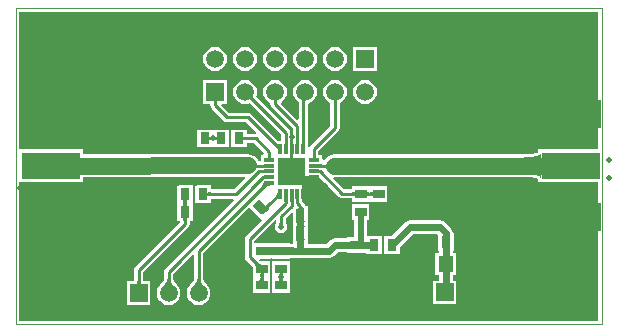
<source format=gtl>
G04 Layer_Physical_Order=1*
G04 Layer_Color=255*
%FSLAX25Y25*%
%MOIN*%
G70*
G01*
G75*
%ADD10R,0.01181X0.03740*%
%ADD11R,0.03740X0.01181*%
%ADD12R,0.03150X0.03937*%
%ADD13R,0.05118X0.05315*%
%ADD14R,0.03937X0.03150*%
G04:AMPARAMS|DCode=15|XSize=31.5mil|YSize=39.37mil|CornerRadius=0mil|HoleSize=0mil|Usage=FLASHONLY|Rotation=45.000|XOffset=0mil|YOffset=0mil|HoleType=Round|Shape=Rectangle|*
%AMROTATEDRECTD15*
4,1,4,0.00278,-0.02506,-0.02506,0.00278,-0.00278,0.02506,0.02506,-0.00278,0.00278,-0.02506,0.0*
%
%ADD15ROTATEDRECTD15*%

%ADD16R,0.20000X0.09508*%
%ADD17R,0.19685X0.09016*%
%ADD18C,0.01000*%
%ADD19C,0.05512*%
%ADD20C,0.02362*%
%ADD21C,0.01969*%
%ADD22C,0.00394*%
%ADD23C,0.05906*%
%ADD24R,0.05906X0.05906*%
%ADD25R,0.08661X0.08661*%
%ADD26C,0.01969*%
%ADD27C,0.02362*%
G36*
X89002Y33832D02*
X89017Y33641D01*
X89030Y33557D01*
X89047Y33479D01*
X89068Y33410D01*
X89093Y33347D01*
X89121Y33292D01*
X89153Y33244D01*
X89189Y33203D01*
X87811D01*
X87847Y33244D01*
X87879Y33292D01*
X87907Y33347D01*
X87932Y33410D01*
X87953Y33479D01*
X87970Y33557D01*
X87983Y33641D01*
X87992Y33733D01*
X88000Y33938D01*
X89000D01*
X89002Y33832D01*
D02*
G37*
G36*
X84788Y39581D02*
X84714Y39504D01*
X84597Y39360D01*
X84554Y39293D01*
X84522Y39229D01*
X84499Y39169D01*
X84487Y39113D01*
X84485Y39060D01*
X84493Y39010D01*
X84512Y38964D01*
X83223Y39390D01*
X84003Y40210D01*
X84788Y39581D01*
D02*
G37*
G36*
X92394Y37078D02*
Y34582D01*
X92386Y34543D01*
X92394Y34505D01*
Y34502D01*
X92389Y34464D01*
X92394Y34448D01*
Y33968D01*
X92394Y33531D01*
X92394D01*
Y33468D01*
X92394D01*
Y32552D01*
X92389Y32536D01*
X92394Y32498D01*
Y32495D01*
X92386Y32456D01*
X92394Y32418D01*
Y28582D01*
X92386Y28543D01*
X92394Y28505D01*
Y28502D01*
X92389Y28464D01*
X92394Y28448D01*
Y27531D01*
X92394D01*
X92488Y27172D01*
X92155Y26755D01*
X91890D01*
X91469Y26785D01*
Y27106D01*
X90552D01*
X90536Y27111D01*
X90498Y27106D01*
X90495D01*
X90456Y27114D01*
X90418Y27106D01*
X86582D01*
X86544Y27114D01*
X86505Y27106D01*
X86502D01*
X86464Y27111D01*
X86448Y27106D01*
X85532D01*
Y27106D01*
X85031Y27067D01*
X84969Y27106D01*
Y27106D01*
X84052D01*
X84036Y27111D01*
X83998Y27106D01*
X83995D01*
X83956Y27114D01*
X83918Y27106D01*
X79529D01*
Y27867D01*
X86509Y34846D01*
X86971Y34654D01*
Y33783D01*
X86631Y33274D01*
X86477Y32500D01*
X86631Y31726D01*
X87069Y31069D01*
X87726Y30631D01*
X88500Y30477D01*
X89274Y30631D01*
X89931Y31069D01*
X90369Y31726D01*
X90523Y32500D01*
X90369Y33274D01*
X90029Y33783D01*
Y35366D01*
X91932Y37269D01*
X92394Y37078D01*
D02*
G37*
G36*
X96152Y34543D02*
X96531D01*
X96459Y34520D01*
X96394Y34449D01*
X96337Y34331D01*
X96287Y34166D01*
X96245Y33953D01*
X96211Y33693D01*
X96206Y33618D01*
X96245Y33047D01*
X96287Y32834D01*
X96337Y32669D01*
X96394Y32551D01*
X96459Y32480D01*
X96531Y32456D01*
X96154D01*
X96150Y32181D01*
X93787D01*
X93785Y32456D01*
X93406D01*
X93478Y32480D01*
X93543Y32551D01*
X93600Y32669D01*
X93650Y32834D01*
X93692Y33047D01*
X93726Y33307D01*
X93731Y33382D01*
X93692Y33953D01*
X93650Y34166D01*
X93600Y34331D01*
X93543Y34449D01*
X93478Y34520D01*
X93406Y34543D01*
X93783D01*
X93787Y34819D01*
X96150D01*
X96152Y34543D01*
D02*
G37*
G36*
X94532Y41750D02*
X94519Y41720D01*
X94507Y41670D01*
X94497Y41600D01*
X94481Y41400D01*
X94468Y40760D01*
X93468D01*
X93468Y40950D01*
X93418Y41720D01*
X93405Y41750D01*
X93390Y41760D01*
X94547D01*
X94532Y41750D01*
D02*
G37*
G36*
X87484Y41760D02*
X87374Y41759D01*
X87097Y41739D01*
X87021Y41726D01*
X86955Y41712D01*
X86897Y41694D01*
X86849Y41674D01*
X86809Y41651D01*
X86777Y41625D01*
Y43040D01*
X86913Y43183D01*
X87035Y43325D01*
X87143Y43468D01*
X87236Y43609D01*
X87315Y43751D01*
X87380Y43892D01*
X87430Y44033D01*
X87467Y44174D01*
X87489Y44314D01*
X87496Y44454D01*
X87484Y41760D01*
D02*
G37*
G36*
X90595Y41750D02*
X90582Y41720D01*
X90570Y41670D01*
X90560Y41600D01*
X90544Y41400D01*
X90531Y40760D01*
X89531D01*
X89531Y40950D01*
X89481Y41720D01*
X89468Y41750D01*
X89453Y41760D01*
X90610D01*
X90595Y41750D01*
D02*
G37*
G36*
X92564D02*
X92550Y41720D01*
X92538Y41670D01*
X92528Y41600D01*
X92513Y41400D01*
X92500Y40760D01*
X91500D01*
X91499Y40950D01*
X91450Y41720D01*
X91436Y41750D01*
X91422Y41760D01*
X92579D01*
X92564Y41750D01*
D02*
G37*
G36*
X82505Y15402D02*
X82520Y15230D01*
X82545Y15078D01*
X82580Y14947D01*
X82625Y14835D01*
X82680Y14744D01*
X82745Y14673D01*
X82820Y14623D01*
X82905Y14592D01*
X83000Y14582D01*
X81000D01*
X81095Y14592D01*
X81180Y14623D01*
X81255Y14673D01*
X81320Y14744D01*
X81375Y14835D01*
X81420Y14947D01*
X81455Y15078D01*
X81480Y15230D01*
X81495Y15402D01*
X81500Y15594D01*
X82500D01*
X82505Y15402D01*
D02*
G37*
G36*
X82905Y16908D02*
X82820Y16877D01*
X82745Y16827D01*
X82680Y16756D01*
X82625Y16665D01*
X82580Y16553D01*
X82545Y16422D01*
X82520Y16270D01*
X82505Y16098D01*
X82500Y15906D01*
X81500D01*
X81495Y16098D01*
X81480Y16270D01*
X81455Y16422D01*
X81420Y16553D01*
X81375Y16665D01*
X81320Y16756D01*
X81255Y16827D01*
X81180Y16877D01*
X81095Y16908D01*
X81000Y16918D01*
X83000D01*
X82905Y16908D01*
D02*
G37*
G36*
X51516Y14969D02*
X51563Y14747D01*
X51641Y14515D01*
X51751Y14272D01*
X51892Y14020D01*
X52064Y13758D01*
X52268Y13485D01*
X52769Y12911D01*
X53067Y12609D01*
X48933D01*
X49231Y12911D01*
X49732Y13485D01*
X49936Y13758D01*
X50108Y14020D01*
X50249Y14272D01*
X50359Y14515D01*
X50437Y14747D01*
X50484Y14969D01*
X50500Y15182D01*
X51500D01*
X51516Y14969D01*
D02*
G37*
G36*
X61516D02*
X61563Y14747D01*
X61641Y14515D01*
X61751Y14272D01*
X61892Y14020D01*
X62064Y13758D01*
X62268Y13485D01*
X62769Y12911D01*
X63067Y12609D01*
X58933D01*
X59231Y12911D01*
X59732Y13485D01*
X59936Y13758D01*
X60108Y14020D01*
X60249Y14272D01*
X60359Y14515D01*
X60437Y14747D01*
X60484Y14969D01*
X60500Y15182D01*
X61500D01*
X61516Y14969D01*
D02*
G37*
G36*
X86544Y22969D02*
X86520Y23041D01*
X86449Y23106D01*
X86331Y23163D01*
X86165Y23213D01*
X85953Y23255D01*
X85693Y23289D01*
X85368Y23312D01*
X84547Y23255D01*
X84334Y23213D01*
X84169Y23163D01*
X84051Y23106D01*
X83980Y23041D01*
X83956Y22969D01*
Y26094D01*
X83980Y26022D01*
X84051Y25957D01*
X84169Y25900D01*
X84334Y25850D01*
X84547Y25808D01*
X84807Y25774D01*
X85132Y25751D01*
X85953Y25808D01*
X86165Y25850D01*
X86331Y25900D01*
X86449Y25957D01*
X86520Y26022D01*
X86544Y26094D01*
Y22969D01*
D02*
G37*
G36*
X96459Y28520D02*
X96394Y28449D01*
X96337Y28331D01*
X96287Y28166D01*
X96245Y27953D01*
X96211Y27693D01*
X96165Y27032D01*
X96150Y26181D01*
X93787D01*
X93784Y26630D01*
X93692Y27953D01*
X93650Y28166D01*
X93600Y28331D01*
X93543Y28449D01*
X93478Y28520D01*
X93406Y28543D01*
X96531D01*
X96459Y28520D01*
D02*
G37*
G36*
X80626Y20557D02*
X80971Y20267D01*
X81129Y20158D01*
X81275Y20074D01*
X81411Y20014D01*
X81537Y19979D01*
X81652Y19968D01*
X81757Y19982D01*
X81851Y20019D01*
X80055Y19011D01*
X80128Y19070D01*
X80169Y19147D01*
X80178Y19243D01*
X80154Y19357D01*
X80098Y19489D01*
X80010Y19640D01*
X79890Y19809D01*
X79738Y19996D01*
X79336Y20425D01*
X80437Y20738D01*
X80626Y20557D01*
D02*
G37*
G36*
X90480Y26022D02*
X90551Y25957D01*
X90669Y25900D01*
X90834Y25850D01*
X91047Y25808D01*
X91307Y25774D01*
X91968Y25728D01*
X92819Y25713D01*
Y23350D01*
X92370Y23347D01*
X91047Y23255D01*
X90834Y23213D01*
X90669Y23163D01*
X90551Y23106D01*
X90480Y23041D01*
X90456Y22969D01*
Y26094D01*
X90480Y26022D01*
D02*
G37*
G36*
X64092Y44405D02*
X64123Y44320D01*
X64173Y44245D01*
X64244Y44180D01*
X64335Y44125D01*
X64447Y44080D01*
X64578Y44045D01*
X64730Y44020D01*
X64902Y44005D01*
X65094Y44000D01*
Y43000D01*
X64902Y42995D01*
X64730Y42980D01*
X64578Y42955D01*
X64447Y42920D01*
X64335Y42875D01*
X64244Y42820D01*
X64173Y42755D01*
X64123Y42680D01*
X64092Y42595D01*
X64082Y42500D01*
Y44500D01*
X64092Y44405D01*
D02*
G37*
G36*
X82760Y50421D02*
X82750Y50436D01*
X82720Y50450D01*
X82670Y50462D01*
X82600Y50472D01*
X82400Y50487D01*
X81760Y50500D01*
Y51500D01*
X81950Y51501D01*
X82720Y51550D01*
X82750Y51564D01*
X82760Y51578D01*
Y50421D01*
D02*
G37*
G36*
X101250Y53534D02*
X101280Y53522D01*
X101330Y53511D01*
X101400Y53502D01*
X101600Y53488D01*
X102240Y53480D01*
Y52480D01*
X102050Y52478D01*
X101330Y52434D01*
X101280Y52421D01*
X101250Y52406D01*
X101240Y52390D01*
Y53547D01*
X101250Y53534D01*
D02*
G37*
G36*
X194280Y58472D02*
X175206D01*
X175170Y58480D01*
X175133Y58472D01*
X174173D01*
Y57603D01*
X174153Y57483D01*
X174148Y57473D01*
X174067Y57396D01*
X173850Y57270D01*
X173484Y57128D01*
X172975Y56997D01*
X172345Y56890D01*
X170657Y56757D01*
X170431Y56753D01*
X106000D01*
X105024Y56624D01*
X104114Y56247D01*
X103332Y55648D01*
X102752Y54891D01*
X102700Y54888D01*
X102252Y55092D01*
Y56528D01*
X100911D01*
Y57748D01*
X107581Y64419D01*
X107913Y64915D01*
X108029Y65500D01*
Y73855D01*
X108493Y74047D01*
X109319Y74681D01*
X109953Y75507D01*
X110351Y76468D01*
X110487Y77500D01*
X110351Y78532D01*
X109953Y79493D01*
X109319Y80319D01*
X108493Y80953D01*
X107532Y81351D01*
X106500Y81487D01*
X105468Y81351D01*
X104507Y80953D01*
X103681Y80319D01*
X103047Y79493D01*
X102649Y78532D01*
X102513Y77500D01*
X102649Y76468D01*
X103047Y75507D01*
X103681Y74681D01*
X104507Y74047D01*
X104971Y73855D01*
Y66133D01*
X98300Y59463D01*
X98028Y59055D01*
X97610Y59106D01*
X97528Y59138D01*
Y61252D01*
X97466D01*
Y73640D01*
X97532Y73649D01*
X98493Y74047D01*
X99319Y74681D01*
X99953Y75507D01*
X100351Y76468D01*
X100487Y77500D01*
X100351Y78532D01*
X99953Y79493D01*
X99319Y80319D01*
X98493Y80953D01*
X97532Y81351D01*
X96500Y81487D01*
X95468Y81351D01*
X94507Y80953D01*
X93681Y80319D01*
X93047Y79493D01*
X92649Y78532D01*
X92513Y77500D01*
X92649Y76468D01*
X93047Y75507D01*
X93681Y74681D01*
X94408Y74123D01*
Y68409D01*
X93946Y68217D01*
X88573Y73590D01*
X88680Y74190D01*
X89319Y74681D01*
X89953Y75507D01*
X90351Y76468D01*
X90487Y77500D01*
X90351Y78532D01*
X89953Y79493D01*
X89319Y80319D01*
X88493Y80953D01*
X87532Y81351D01*
X86500Y81487D01*
X85468Y81351D01*
X84507Y80953D01*
X83681Y80319D01*
X83047Y79493D01*
X82649Y78532D01*
X82513Y77500D01*
X82649Y76468D01*
X83047Y75507D01*
X83681Y74681D01*
X84507Y74047D01*
X84971Y73855D01*
Y73500D01*
X85087Y72915D01*
X85419Y72419D01*
X92439Y65398D01*
Y61252D01*
X92378D01*
Y55512D01*
X96512D01*
Y53347D01*
X96528D01*
Y52591D01*
X96512D01*
Y49409D01*
X100928D01*
X107887Y42450D01*
X108383Y42118D01*
X108968Y42002D01*
X112031D01*
Y40957D01*
X117968D01*
Y40957D01*
X118032Y40957D01*
Y40957D01*
X123969D01*
Y46106D01*
X118032D01*
Y46106D01*
X117968Y46106D01*
Y46106D01*
X112031D01*
Y45061D01*
X109602D01*
X105923Y48740D01*
X106162Y49208D01*
X170010D01*
X171572Y49153D01*
X172332Y49073D01*
X172975Y48964D01*
X173484Y48832D01*
X173850Y48691D01*
X174067Y48564D01*
X174148Y48487D01*
X174153Y48478D01*
X174173Y48358D01*
Y47488D01*
X175133D01*
X175170Y47481D01*
X175206Y47488D01*
X194280D01*
Y1220D01*
X1220D01*
Y47488D01*
X22598D01*
Y49211D01*
X76411Y49227D01*
X76603Y48765D01*
X72866Y45029D01*
X65106D01*
Y46468D01*
X59957D01*
Y40532D01*
X65106D01*
Y41971D01*
X72654D01*
X72846Y41509D01*
X49919Y18581D01*
X49587Y18085D01*
X49471Y17500D01*
Y15104D01*
X49452Y15016D01*
X49409Y14889D01*
X49338Y14732D01*
X49236Y14549D01*
X49101Y14343D01*
X48939Y14127D01*
X48483Y13604D01*
X48266Y13385D01*
X48181Y13319D01*
X47547Y12493D01*
X47149Y11532D01*
X47013Y10500D01*
X47149Y9468D01*
X47547Y8507D01*
X48181Y7681D01*
X49007Y7047D01*
X49968Y6649D01*
X51000Y6513D01*
X52032Y6649D01*
X52993Y7047D01*
X53819Y7681D01*
X54453Y8507D01*
X54851Y9468D01*
X54987Y10500D01*
X54851Y11532D01*
X54453Y12493D01*
X53819Y13319D01*
X53734Y13385D01*
X53517Y13605D01*
X53061Y14127D01*
X52899Y14344D01*
X52764Y14549D01*
X52662Y14732D01*
X52591Y14889D01*
X52548Y15016D01*
X52529Y15104D01*
Y16867D01*
X59009Y23346D01*
X59471Y23154D01*
Y15104D01*
X59452Y15016D01*
X59409Y14889D01*
X59338Y14732D01*
X59236Y14549D01*
X59101Y14343D01*
X58939Y14127D01*
X58483Y13604D01*
X58266Y13385D01*
X58181Y13319D01*
X57547Y12493D01*
X57149Y11532D01*
X57013Y10500D01*
X57149Y9468D01*
X57547Y8507D01*
X58181Y7681D01*
X59007Y7047D01*
X59968Y6649D01*
X61000Y6513D01*
X62032Y6649D01*
X62993Y7047D01*
X63819Y7681D01*
X64453Y8507D01*
X64851Y9468D01*
X64987Y10500D01*
X64851Y11532D01*
X64453Y12493D01*
X63819Y13319D01*
X63734Y13385D01*
X63517Y13605D01*
X63061Y14127D01*
X62899Y14344D01*
X62764Y14549D01*
X62662Y14732D01*
X62591Y14889D01*
X62548Y15016D01*
X62529Y15104D01*
Y23866D01*
X77904Y39241D01*
X81922Y35224D01*
X82159Y34822D01*
X76919Y29581D01*
X76587Y29085D01*
X76471Y28500D01*
Y22468D01*
X76587Y21883D01*
X76919Y21387D01*
X78803Y19502D01*
X78969Y19325D01*
X79031Y19248D01*
Y15894D01*
X79031D01*
Y15606D01*
X79031D01*
Y10457D01*
X84969D01*
Y15606D01*
X84969D01*
Y15894D01*
X84969D01*
Y21043D01*
X81641D01*
X81590Y21079D01*
X81358Y21273D01*
X81137Y21495D01*
X81328Y21957D01*
X83918D01*
X83956Y21949D01*
X83995Y21957D01*
X83998D01*
X84036Y21952D01*
X84052Y21957D01*
X84969D01*
Y21957D01*
X85469Y21996D01*
X85532Y21957D01*
Y21957D01*
X86448D01*
X86464Y21952D01*
X86502Y21957D01*
X86505D01*
X86544Y21949D01*
X86582Y21957D01*
X90418D01*
X90456Y21949D01*
X90495Y21957D01*
X90498D01*
X90536Y21952D01*
X90552Y21957D01*
X91469D01*
Y22262D01*
X92126Y22308D01*
X94810D01*
X94968Y22276D01*
X104500D01*
X104500Y22276D01*
X105351Y22445D01*
X106072Y22928D01*
X107453Y24308D01*
X110531D01*
Y23957D01*
X116469D01*
Y23957D01*
X116894Y23776D01*
Y23531D01*
X122043D01*
Y29469D01*
X117023D01*
Y34894D01*
X117968D01*
Y40043D01*
X112031D01*
Y34894D01*
X112977D01*
Y29106D01*
X110531D01*
Y28755D01*
X106532D01*
X106532Y28755D01*
X105681Y28586D01*
X104959Y28104D01*
X104959Y28104D01*
X103579Y26724D01*
X97661D01*
X97380Y27177D01*
X97543Y27531D01*
X97543D01*
Y28448D01*
X97548Y28464D01*
X97543Y28502D01*
Y28505D01*
X97551Y28543D01*
X97543Y28582D01*
Y32418D01*
X97551Y32456D01*
X97543Y32495D01*
Y32498D01*
X97548Y32536D01*
X97543Y32552D01*
Y33031D01*
X97543Y33468D01*
X97543D01*
Y33531D01*
X97543D01*
Y34448D01*
X97548Y34464D01*
X97543Y34502D01*
Y34505D01*
X97551Y34543D01*
X97543Y34582D01*
Y39469D01*
X96739D01*
X96431Y39931D01*
X96417Y39940D01*
X96381Y40117D01*
X96050Y40613D01*
X95559Y41104D01*
Y41722D01*
X95567Y41760D01*
X95559Y41798D01*
Y46488D01*
X87488D01*
Y49409D01*
Y52591D01*
X87472D01*
Y53347D01*
X87488D01*
Y55512D01*
X91622D01*
Y61252D01*
X91561D01*
Y63968D01*
X91444Y64554D01*
X91113Y65050D01*
X80159Y76004D01*
X80351Y76468D01*
X80487Y77500D01*
X80351Y78532D01*
X79953Y79493D01*
X79319Y80319D01*
X78493Y80953D01*
X77532Y81351D01*
X76500Y81487D01*
X75468Y81351D01*
X74507Y80953D01*
X73681Y80319D01*
X73047Y79493D01*
X72649Y78532D01*
X72513Y77500D01*
X72649Y76468D01*
X73047Y75507D01*
X73681Y74681D01*
X74507Y74047D01*
X75468Y73649D01*
X76500Y73513D01*
X77532Y73649D01*
X77996Y73841D01*
X88502Y63335D01*
Y61252D01*
X87356D01*
X78526Y70081D01*
X78030Y70413D01*
X77445Y70529D01*
X71134D01*
X68578Y73085D01*
X68769Y73547D01*
X70453D01*
Y81453D01*
X62547D01*
Y73547D01*
X64971D01*
Y73000D01*
X65087Y72415D01*
X65419Y71919D01*
X69419Y67919D01*
X69915Y67587D01*
X70500Y67471D01*
X76811D01*
X80303Y63979D01*
X80057Y63518D01*
X80000Y63529D01*
X77106D01*
Y64969D01*
X71957D01*
Y59031D01*
X77106D01*
Y60471D01*
X79366D01*
X82810Y57028D01*
X82602Y56528D01*
X81748D01*
Y54471D01*
X80940Y54468D01*
X80766Y54887D01*
X80167Y55668D01*
X79385Y56268D01*
X78475Y56644D01*
X77499Y56772D01*
X22952Y56756D01*
X22598Y57110D01*
Y58472D01*
X1220D01*
Y104280D01*
X194280D01*
Y58472D01*
D02*
G37*
G36*
X175170Y48484D02*
X175114Y48815D01*
X174949Y49111D01*
X174673Y49372D01*
X174288Y49598D01*
X173792Y49789D01*
X173185Y49946D01*
X172469Y50068D01*
X171642Y50155D01*
X169658Y50224D01*
Y55736D01*
X170705Y55754D01*
X172469Y55893D01*
X173185Y56015D01*
X173792Y56171D01*
X174288Y56363D01*
X174673Y56589D01*
X174949Y56850D01*
X175114Y57146D01*
X175170Y57476D01*
Y48484D01*
D02*
G37*
G36*
X116955Y44436D02*
X116985Y44352D01*
X117036Y44276D01*
X117106Y44212D01*
X117198Y44157D01*
X117309Y44111D01*
X117440Y44076D01*
X117592Y44052D01*
X117764Y44036D01*
X117956Y44032D01*
Y43031D01*
X117764Y43027D01*
X117592Y43012D01*
X117440Y42987D01*
X117309Y42952D01*
X117198Y42906D01*
X117106Y42851D01*
X117036Y42786D01*
X116985Y42711D01*
X116955Y42627D01*
X116945Y42531D01*
Y44532D01*
X116955Y44436D01*
D02*
G37*
G36*
X113043Y42531D02*
X113033Y42627D01*
X113004Y42711D01*
X112953Y42786D01*
X112883Y42851D01*
X112794Y42906D01*
X112683Y42952D01*
X112554Y42987D01*
X112404Y43012D01*
X112233Y43027D01*
X112043Y43031D01*
Y44032D01*
X112233Y44036D01*
X112404Y44052D01*
X112554Y44076D01*
X112683Y44111D01*
X112794Y44157D01*
X112883Y44212D01*
X112953Y44276D01*
X113004Y44352D01*
X113033Y44436D01*
X113043Y44532D01*
Y42531D01*
D02*
G37*
G36*
X84399Y46496D02*
X84311Y46541D01*
X84211Y46559D01*
X84100Y46552D01*
X83976Y46519D01*
X83841Y46460D01*
X83693Y46375D01*
X83534Y46264D01*
X83363Y46128D01*
X82984Y45777D01*
X82053Y46260D01*
X82187Y46401D01*
X82307Y46542D01*
X82414Y46681D01*
X82506Y46821D01*
X82583Y46959D01*
X82647Y47097D01*
X82696Y47234D01*
X82732Y47370D01*
X82753Y47506D01*
X82760Y47642D01*
X84399Y46496D01*
D02*
G37*
G36*
X119055Y42531D02*
X119045Y42627D01*
X119015Y42711D01*
X118964Y42786D01*
X118894Y42851D01*
X118802Y42906D01*
X118691Y42952D01*
X118560Y42987D01*
X118408Y43012D01*
X118236Y43027D01*
X118043Y43031D01*
Y44032D01*
X118236Y44036D01*
X118408Y44052D01*
X118560Y44076D01*
X118691Y44111D01*
X118802Y44157D01*
X118894Y44212D01*
X118964Y44276D01*
X119015Y44352D01*
X119045Y44436D01*
X119055Y44532D01*
Y42531D01*
D02*
G37*
%LPC*%
G36*
X76500Y92487D02*
X75468Y92351D01*
X74507Y91953D01*
X73681Y91319D01*
X73047Y90493D01*
X72649Y89532D01*
X72513Y88500D01*
X72649Y87468D01*
X73047Y86507D01*
X73681Y85681D01*
X74507Y85047D01*
X75468Y84649D01*
X76500Y84513D01*
X77532Y84649D01*
X78493Y85047D01*
X79319Y85681D01*
X79953Y86507D01*
X80351Y87468D01*
X80487Y88500D01*
X80351Y89532D01*
X79953Y90493D01*
X79319Y91319D01*
X78493Y91953D01*
X77532Y92351D01*
X76500Y92487D01*
D02*
G37*
G36*
X86500D02*
X85468Y92351D01*
X84507Y91953D01*
X83681Y91319D01*
X83047Y90493D01*
X82649Y89532D01*
X82513Y88500D01*
X82649Y87468D01*
X83047Y86507D01*
X83681Y85681D01*
X84507Y85047D01*
X85468Y84649D01*
X86500Y84513D01*
X87532Y84649D01*
X88493Y85047D01*
X89319Y85681D01*
X89953Y86507D01*
X90351Y87468D01*
X90487Y88500D01*
X90351Y89532D01*
X89953Y90493D01*
X89319Y91319D01*
X88493Y91953D01*
X87532Y92351D01*
X86500Y92487D01*
D02*
G37*
G36*
X96500D02*
X95468Y92351D01*
X94507Y91953D01*
X93681Y91319D01*
X93047Y90493D01*
X92649Y89532D01*
X92513Y88500D01*
X92649Y87468D01*
X93047Y86507D01*
X93681Y85681D01*
X94507Y85047D01*
X95468Y84649D01*
X96500Y84513D01*
X97532Y84649D01*
X98493Y85047D01*
X99319Y85681D01*
X99953Y86507D01*
X100351Y87468D01*
X100487Y88500D01*
X100351Y89532D01*
X99953Y90493D01*
X99319Y91319D01*
X98493Y91953D01*
X97532Y92351D01*
X96500Y92487D01*
D02*
G37*
G36*
X91469Y21043D02*
X85532D01*
Y15894D01*
X85532D01*
Y15606D01*
X85532D01*
Y10457D01*
X91469D01*
Y15606D01*
X91469D01*
Y15894D01*
X91469D01*
Y21043D01*
D02*
G37*
G36*
X59043Y46468D02*
X53894D01*
Y40532D01*
X53894D01*
Y40468D01*
X53894D01*
Y34532D01*
X54769D01*
X54869Y34032D01*
X39919Y19081D01*
X39587Y18585D01*
X39471Y18000D01*
Y14453D01*
X37047D01*
Y6547D01*
X44953D01*
Y14453D01*
X42529D01*
Y17367D01*
X57550Y32387D01*
X57881Y32883D01*
X57998Y33468D01*
Y34532D01*
X59043D01*
Y40468D01*
X59043D01*
Y40532D01*
X59043D01*
Y46468D01*
D02*
G37*
G36*
X106500Y92487D02*
X105468Y92351D01*
X104507Y91953D01*
X103681Y91319D01*
X103047Y90493D01*
X102649Y89532D01*
X102513Y88500D01*
X102649Y87468D01*
X103047Y86507D01*
X103681Y85681D01*
X104507Y85047D01*
X105468Y84649D01*
X106500Y84513D01*
X107532Y84649D01*
X108493Y85047D01*
X109319Y85681D01*
X109953Y86507D01*
X110351Y87468D01*
X110487Y88500D01*
X110351Y89532D01*
X109953Y90493D01*
X109319Y91319D01*
X108493Y91953D01*
X107532Y92351D01*
X106500Y92487D01*
D02*
G37*
G36*
X120453Y92453D02*
X112547D01*
Y84547D01*
X120453D01*
Y92453D01*
D02*
G37*
G36*
X65606Y64969D02*
Y64969D01*
X65408Y64969D01*
X60457D01*
Y59031D01*
X65606D01*
Y59031D01*
X65894D01*
Y59031D01*
X71043D01*
Y64969D01*
X66092D01*
X65894Y64969D01*
Y64969D01*
X65606D01*
D02*
G37*
G36*
X141500Y34724D02*
X141500Y34724D01*
X131532D01*
X131532Y34724D01*
X130681Y34555D01*
X129959Y34073D01*
X129959Y34073D01*
X125355Y29469D01*
X122957D01*
Y23531D01*
X128106D01*
Y25930D01*
X132453Y30276D01*
X140579D01*
X140957Y29898D01*
Y24532D01*
X141308D01*
Y23658D01*
X139772D01*
Y16342D01*
X141308D01*
Y14650D01*
X139047D01*
Y6744D01*
X146953D01*
Y14650D01*
X145755D01*
Y16342D01*
X146890D01*
Y23658D01*
X145755D01*
Y24532D01*
X146106D01*
Y30468D01*
X145755D01*
X145755Y30468D01*
X145586Y31319D01*
X145104Y32041D01*
X145104Y32041D01*
X143072Y34073D01*
X142351Y34555D01*
X141500Y34724D01*
D02*
G37*
G36*
X116500Y81487D02*
X115468Y81351D01*
X114507Y80953D01*
X113681Y80319D01*
X113047Y79493D01*
X112649Y78532D01*
X112513Y77500D01*
X112649Y76468D01*
X113047Y75507D01*
X113681Y74681D01*
X114507Y74047D01*
X115468Y73649D01*
X116500Y73513D01*
X117532Y73649D01*
X118493Y74047D01*
X119319Y74681D01*
X119953Y75507D01*
X120351Y76468D01*
X120487Y77500D01*
X120351Y78532D01*
X119953Y79493D01*
X119319Y80319D01*
X118493Y80953D01*
X117532Y81351D01*
X116500Y81487D01*
D02*
G37*
G36*
X66500Y92487D02*
X65468Y92351D01*
X64507Y91953D01*
X63681Y91319D01*
X63047Y90493D01*
X62649Y89532D01*
X62513Y88500D01*
X62649Y87468D01*
X63047Y86507D01*
X63681Y85681D01*
X64507Y85047D01*
X65468Y84649D01*
X66500Y84513D01*
X67532Y84649D01*
X68493Y85047D01*
X69319Y85681D01*
X69953Y86507D01*
X70351Y87468D01*
X70487Y88500D01*
X70351Y89532D01*
X69953Y90493D01*
X69319Y91319D01*
X68493Y91953D01*
X67532Y92351D01*
X66500Y92487D01*
D02*
G37*
%LPD*%
G36*
X56973Y40266D02*
X56989Y40097D01*
X57013Y39946D01*
X57048Y39816D01*
X57094Y39707D01*
X57148Y39617D01*
X57213Y39546D01*
X57288Y39496D01*
X57373Y39467D01*
X57468Y39456D01*
X55468D01*
X55563Y39467D01*
X55648Y39496D01*
X55724Y39546D01*
X55788Y39617D01*
X55844Y39707D01*
X55888Y39816D01*
X55923Y39946D01*
X55949Y40097D01*
X55963Y40266D01*
X55968Y40457D01*
X56968D01*
X56973Y40266D01*
D02*
G37*
G36*
X57373Y41533D02*
X57288Y41504D01*
X57213Y41453D01*
X57148Y41383D01*
X57094Y41293D01*
X57048Y41184D01*
X57013Y41054D01*
X56989Y40903D01*
X56973Y40734D01*
X56968Y40543D01*
X55968D01*
X55963Y40734D01*
X55949Y40903D01*
X55923Y41054D01*
X55888Y41184D01*
X55844Y41293D01*
X55788Y41383D01*
X55724Y41453D01*
X55648Y41504D01*
X55563Y41533D01*
X55468Y41543D01*
X57468D01*
X57373Y41533D01*
D02*
G37*
G36*
Y35545D02*
X57288Y35515D01*
X57213Y35464D01*
X57148Y35394D01*
X57094Y35302D01*
X57048Y35191D01*
X57013Y35060D01*
X56989Y34908D01*
X56973Y34736D01*
X56968Y34543D01*
X55968D01*
X55963Y34736D01*
X55949Y34908D01*
X55923Y35060D01*
X55888Y35191D01*
X55844Y35302D01*
X55788Y35394D01*
X55724Y35464D01*
X55648Y35515D01*
X55563Y35545D01*
X55468Y35555D01*
X57468D01*
X57373Y35545D01*
D02*
G37*
G36*
X89002Y17082D02*
X89015Y16918D01*
X89500D01*
X89405Y16908D01*
X89320Y16877D01*
X89245Y16827D01*
X89180Y16756D01*
X89125Y16665D01*
X89095Y16591D01*
X89121Y16542D01*
X89153Y16494D01*
X89189Y16453D01*
X89053D01*
X89045Y16422D01*
X89020Y16270D01*
X89005Y16098D01*
X89000Y15906D01*
X88000D01*
X87995Y16098D01*
X87980Y16270D01*
X87955Y16422D01*
X87947Y16453D01*
X87811D01*
X87847Y16494D01*
X87879Y16542D01*
X87905Y16591D01*
X87875Y16665D01*
X87820Y16756D01*
X87755Y16827D01*
X87680Y16877D01*
X87595Y16908D01*
X87500Y16918D01*
X87986D01*
X87992Y16983D01*
X88000Y17188D01*
X89000D01*
X89002Y17082D01*
D02*
G37*
G36*
X89005Y15402D02*
X89020Y15230D01*
X89045Y15078D01*
X89053Y15047D01*
X89189D01*
X89153Y15006D01*
X89121Y14958D01*
X89095Y14909D01*
X89125Y14835D01*
X89180Y14744D01*
X89245Y14673D01*
X89320Y14623D01*
X89405Y14592D01*
X89500Y14582D01*
X89014D01*
X89008Y14517D01*
X89000Y14312D01*
X88000D01*
X87998Y14418D01*
X87985Y14582D01*
X87500D01*
X87595Y14592D01*
X87680Y14623D01*
X87755Y14673D01*
X87820Y14744D01*
X87875Y14835D01*
X87905Y14909D01*
X87879Y14958D01*
X87847Y15006D01*
X87811Y15047D01*
X87947D01*
X87955Y15078D01*
X87980Y15230D01*
X87995Y15402D01*
X88000Y15594D01*
X89000D01*
X89005Y15402D01*
D02*
G37*
G36*
X41505Y14248D02*
X41520Y14076D01*
X41545Y13925D01*
X41580Y13793D01*
X41625Y13682D01*
X41680Y13591D01*
X41745Y13520D01*
X41820Y13469D01*
X41905Y13439D01*
X42000Y13429D01*
X40000D01*
X40095Y13439D01*
X40180Y13469D01*
X40255Y13520D01*
X40320Y13591D01*
X40375Y13682D01*
X40420Y13793D01*
X40455Y13925D01*
X40480Y14076D01*
X40495Y14248D01*
X40500Y14441D01*
X41500D01*
X41505Y14248D01*
D02*
G37*
D10*
X88063Y58382D02*
D03*
X90031D02*
D03*
X92000D02*
D03*
X93968D02*
D03*
X95937D02*
D03*
Y43618D02*
D03*
X93968D02*
D03*
X92000D02*
D03*
X90031D02*
D03*
X88063D02*
D03*
D11*
X99382Y54937D02*
D03*
Y52969D02*
D03*
Y51000D02*
D03*
Y49031D02*
D03*
Y47063D02*
D03*
X84618D02*
D03*
Y49031D02*
D03*
Y51000D02*
D03*
Y52969D02*
D03*
Y54937D02*
D03*
D12*
X63032Y62000D02*
D03*
X56968D02*
D03*
X68468D02*
D03*
X74532D02*
D03*
X143532Y27500D02*
D03*
X137469D02*
D03*
X125531Y26500D02*
D03*
X119468D02*
D03*
X94968Y36500D02*
D03*
X101031D02*
D03*
X94968Y30500D02*
D03*
X101031D02*
D03*
X56468Y37500D02*
D03*
X62532D02*
D03*
Y43500D02*
D03*
X56468D02*
D03*
D13*
X143331Y20000D02*
D03*
X134669D02*
D03*
D14*
X113500Y26531D02*
D03*
Y20469D02*
D03*
X88500Y24532D02*
D03*
Y18469D02*
D03*
X82000Y24532D02*
D03*
Y18469D02*
D03*
X88500Y13032D02*
D03*
Y6968D02*
D03*
X82000Y13032D02*
D03*
Y6968D02*
D03*
X115000Y37468D02*
D03*
Y43532D02*
D03*
X121000Y43532D02*
D03*
Y37468D02*
D03*
D15*
X81644Y39144D02*
D03*
X77356Y34856D02*
D03*
D16*
X11772Y70236D02*
D03*
Y35726D02*
D03*
X185000Y35724D02*
D03*
Y70234D02*
D03*
D17*
X11772Y52980D02*
D03*
X185000D02*
D03*
D18*
X106500Y65500D02*
Y77500D01*
X99382Y58382D02*
X106500Y65500D01*
X99382Y54937D02*
Y58382D01*
X77445Y69000D02*
X88063Y58382D01*
X70500Y69000D02*
X77445D01*
X93968Y40532D02*
Y43618D01*
Y40532D02*
X94968Y39531D01*
X41000Y10500D02*
Y18000D01*
X56468Y33468D01*
Y35969D01*
Y33468D02*
Y43500D01*
X62532D02*
X73500D01*
X81000Y51000D01*
X81248D01*
X81264D02*
X84618D01*
X82531Y49031D02*
X84618D01*
X51000Y17500D02*
X82531Y49031D01*
X51000Y10500D02*
Y17500D01*
X90031Y40532D02*
Y43618D01*
X82000Y13032D02*
Y18469D01*
X78000Y22468D02*
X82000Y18469D01*
X78000Y22468D02*
Y28500D01*
X90031Y40532D01*
X92000Y39500D02*
Y43618D01*
X88500Y36000D02*
X92000Y39500D01*
X88500Y32500D02*
Y36000D01*
Y13032D02*
Y15750D01*
Y18469D01*
X84500Y40055D02*
X88063Y43618D01*
X84500Y40000D02*
Y40055D01*
X61000Y10500D02*
Y24500D01*
X83441Y46941D01*
X84496D01*
X83644Y39144D02*
X84500Y40000D01*
X83644Y38500D02*
Y39144D01*
X82144Y37644D02*
X83000Y38500D01*
X83644D01*
X99382Y51000D02*
X101500D01*
X108968Y43532D01*
X121000D01*
X99382Y52969D02*
X107500Y53000D01*
X76500Y52937D02*
X84618Y52969D01*
X66500Y73000D02*
X70500Y69000D01*
X66500Y73000D02*
Y77500D01*
X76500Y77500D02*
X90031Y63968D01*
Y58382D02*
Y63968D01*
X93968Y58382D02*
Y66031D01*
X86500Y73500D02*
X93968Y66031D01*
X86500Y73500D02*
Y77500D01*
X95937Y58382D02*
Y76937D01*
X74532Y62000D02*
X80000D01*
X84618Y57382D01*
Y54937D02*
Y57382D01*
X63032Y62000D02*
X65750D01*
X68468D01*
X94968Y36500D02*
Y39531D01*
D19*
X11772Y52980D02*
X77500Y53000D01*
X106000Y52980D02*
X185000D01*
D20*
X94968Y30500D02*
Y36500D01*
X82000Y24532D02*
X88500D01*
X94937D01*
X94968Y24500D02*
Y30500D01*
Y24500D02*
X104500D01*
X106532Y26531D01*
X113500D01*
X125531Y26500D02*
X131532Y32500D01*
X141500D01*
X143532Y30468D01*
Y11228D02*
Y27500D01*
Y30468D01*
X115000Y26531D02*
X119437D01*
D21*
X113500D02*
X115000D01*
Y37468D01*
D22*
X0Y0D02*
Y16000D01*
Y0D02*
X195500D01*
Y105500D01*
X0D02*
X195500D01*
X0Y16000D02*
Y105500D01*
D23*
X116500Y77500D02*
D03*
X106500D02*
D03*
X96500D02*
D03*
X86500Y77500D02*
D03*
X76500D02*
D03*
X66500Y99500D02*
D03*
X76500D02*
D03*
X86500D02*
D03*
X96500D02*
D03*
X106500D02*
D03*
X66500Y88500D02*
D03*
X76500Y88500D02*
D03*
X86500D02*
D03*
X96500D02*
D03*
X106500D02*
D03*
X133000Y10697D02*
D03*
X61000Y10500D02*
D03*
X51000D02*
D03*
D24*
X66500Y77500D02*
D03*
X116500Y99500D02*
D03*
Y88500D02*
D03*
X143000Y10697D02*
D03*
X41000Y10500D02*
D03*
D25*
X92000Y51000D02*
D03*
D26*
X79000Y33000D02*
D03*
X99000Y62500D02*
D03*
X87500D02*
D03*
X78500Y58500D02*
D03*
X123000Y36000D02*
D03*
X91500Y35000D02*
D03*
X84000Y29000D02*
D03*
X88500Y15750D02*
D03*
Y32500D02*
D03*
X95000Y38500D02*
D03*
X83644D02*
D03*
X76000Y33500D02*
D03*
X101000Y38500D02*
D03*
Y34000D02*
D03*
Y28000D02*
D03*
X90500Y7000D02*
D03*
X80000D02*
D03*
X64000Y37500D02*
D03*
X62500Y35500D02*
D03*
X65750Y62000D02*
D03*
X92000Y62500D02*
D03*
X115500Y20500D02*
D03*
X103000Y46000D02*
D03*
Y43000D02*
D03*
X54500Y62000D02*
D03*
X58500Y64500D02*
D03*
X137500Y24500D02*
D03*
X131500Y20000D02*
D03*
X134000Y24000D02*
D03*
X197821Y54887D02*
D03*
Y48982D02*
D03*
X193055Y45494D02*
D03*
X187150D02*
D03*
X181244D02*
D03*
X175339D02*
D03*
X169692Y47222D02*
D03*
X163786D02*
D03*
X157881D02*
D03*
X151975D02*
D03*
X146070D02*
D03*
X140164D02*
D03*
X134259D02*
D03*
X128353D02*
D03*
X122448D02*
D03*
X116542D02*
D03*
X110637D02*
D03*
X110731Y58738D02*
D03*
X116636D02*
D03*
X122542D02*
D03*
X128447D02*
D03*
X134353D02*
D03*
X140258D02*
D03*
X146164D02*
D03*
X152069D02*
D03*
X157975D02*
D03*
X163881D02*
D03*
X169786D02*
D03*
X175433Y60466D02*
D03*
X181339D02*
D03*
X187244D02*
D03*
X193149D02*
D03*
X22385Y60365D02*
D03*
X28063Y58743D02*
D03*
X33969Y58745D02*
D03*
X39874Y58747D02*
D03*
X45780Y58748D02*
D03*
X51686Y58750D02*
D03*
X72024Y47240D02*
D03*
X66118Y47239D02*
D03*
X60213Y47237D02*
D03*
X54307Y47235D02*
D03*
X48401Y47233D02*
D03*
X42496Y47232D02*
D03*
X36590Y47230D02*
D03*
X30685Y47228D02*
D03*
X24780Y47226D02*
D03*
X19134Y45494D02*
D03*
X13228D02*
D03*
X7323D02*
D03*
X1418Y45562D02*
D03*
X3606Y60466D02*
D03*
X9512D02*
D03*
X15417D02*
D03*
X3398Y12421D02*
D03*
Y24232D02*
D03*
Y83287D02*
D03*
Y95098D02*
D03*
X15209Y12421D02*
D03*
Y24232D02*
D03*
Y83287D02*
D03*
Y95098D02*
D03*
X27020Y12421D02*
D03*
Y24232D02*
D03*
Y36043D02*
D03*
Y71476D02*
D03*
Y83287D02*
D03*
Y95098D02*
D03*
X38831Y24232D02*
D03*
Y36043D02*
D03*
Y71476D02*
D03*
Y83287D02*
D03*
Y95098D02*
D03*
X50642Y36043D02*
D03*
Y71476D02*
D03*
Y83287D02*
D03*
Y95098D02*
D03*
X62453Y71476D02*
D03*
Y83287D02*
D03*
Y95098D02*
D03*
X74264Y12421D02*
D03*
Y24232D02*
D03*
Y83287D02*
D03*
X86075D02*
D03*
X97886Y12421D02*
D03*
Y83287D02*
D03*
X109697Y12421D02*
D03*
Y36043D02*
D03*
Y83287D02*
D03*
X121508Y12421D02*
D03*
X133319Y36043D02*
D03*
Y71476D02*
D03*
Y83287D02*
D03*
Y95098D02*
D03*
X145130Y36043D02*
D03*
Y71476D02*
D03*
Y83287D02*
D03*
Y95098D02*
D03*
X156941Y12421D02*
D03*
Y24232D02*
D03*
Y36043D02*
D03*
Y71476D02*
D03*
Y83287D02*
D03*
Y95098D02*
D03*
X168752Y12421D02*
D03*
Y24232D02*
D03*
Y36043D02*
D03*
Y71476D02*
D03*
Y83287D02*
D03*
Y95098D02*
D03*
X180563Y12421D02*
D03*
Y24232D02*
D03*
Y83287D02*
D03*
Y95098D02*
D03*
D27*
X92000Y51000D02*
D03*
X94362Y48638D02*
D03*
X89638D02*
D03*
X94362Y53362D02*
D03*
X89638D02*
D03*
M02*

</source>
